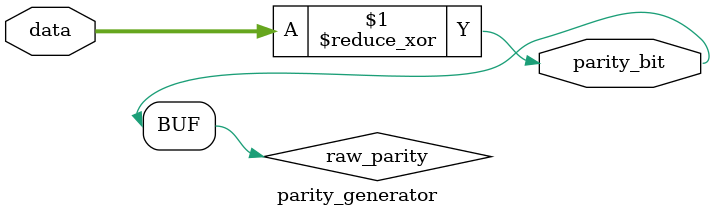
<source format=sv>
module parity_generator #(
    parameter DATA_WIDTH = 8,
    parameter EVEN_PARITY = 1  // 1为偶校验，0为奇校验
)(
    input [DATA_WIDTH-1:0] data,
    output parity_bit
);
    wire raw_parity;
    assign raw_parity = ^data;  // 使用XOR归约操作符计算奇偶性
    assign parity_bit = EVEN_PARITY ? raw_parity : ~raw_parity;
endmodule
</source>
